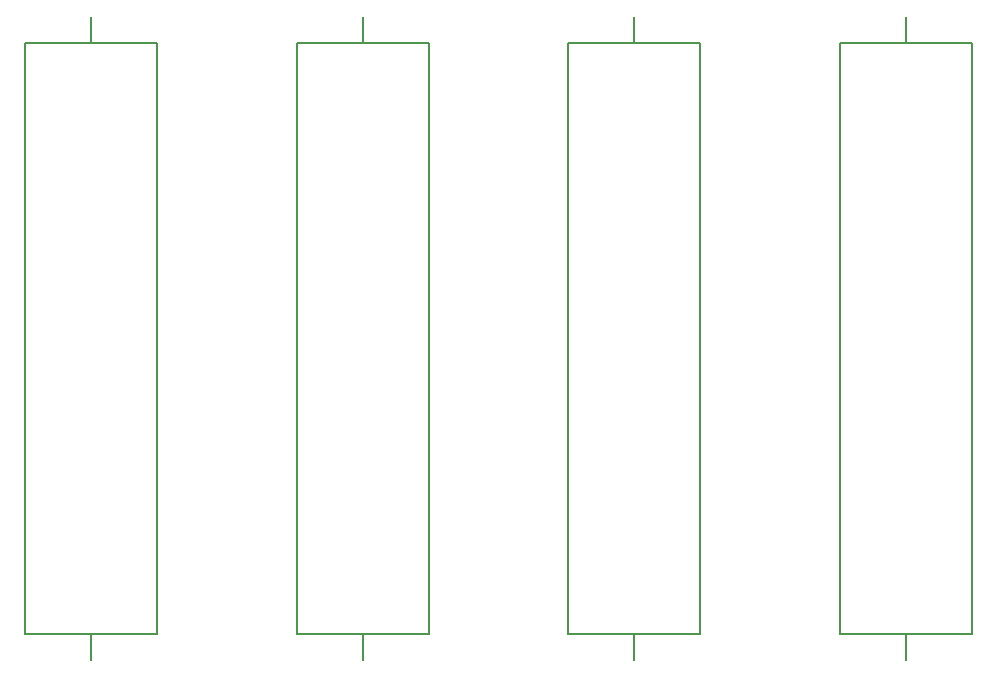
<source format=gbr>
%TF.GenerationSoftware,KiCad,Pcbnew,(6.0.10)*%
%TF.CreationDate,2023-01-16T11:30:22+01:00*%
%TF.ProjectId,BatteryDischargerV1,42617474-6572-4794-9469-736368617267,rev?*%
%TF.SameCoordinates,Original*%
%TF.FileFunction,Legend,Bot*%
%TF.FilePolarity,Positive*%
%FSLAX46Y46*%
G04 Gerber Fmt 4.6, Leading zero omitted, Abs format (unit mm)*
G04 Created by KiCad (PCBNEW (6.0.10)) date 2023-01-16 11:30:22*
%MOMM*%
%LPD*%
G01*
G04 APERTURE LIST*
%ADD10C,0.200000*%
G04 APERTURE END LIST*
D10*
%TO.C,R18*%
X147550000Y-42917500D02*
X147550000Y-40758500D01*
X147550000Y-95178000D02*
X147550000Y-93019000D01*
X153138000Y-42981000D02*
X141962000Y-42981000D01*
X141962000Y-42981000D02*
X141962000Y-93019000D01*
X141962000Y-93019000D02*
X153138000Y-93019000D01*
X153138000Y-93019000D02*
X153138000Y-42981000D01*
%TO.C,R17*%
X101550000Y-95178000D02*
X101550000Y-93019000D01*
X101550000Y-42917500D02*
X101550000Y-40758500D01*
X107138000Y-42981000D02*
X95962000Y-42981000D01*
X95962000Y-42981000D02*
X95962000Y-93019000D01*
X95962000Y-93019000D02*
X107138000Y-93019000D01*
X107138000Y-93019000D02*
X107138000Y-42981000D01*
%TO.C,R12*%
X124550000Y-95178000D02*
X124550000Y-93019000D01*
X124550000Y-42917500D02*
X124550000Y-40758500D01*
X130138000Y-42981000D02*
X118962000Y-42981000D01*
X118962000Y-42981000D02*
X118962000Y-93019000D01*
X118962000Y-93019000D02*
X130138000Y-93019000D01*
X130138000Y-93019000D02*
X130138000Y-42981000D01*
%TO.C,R11*%
X78550000Y-42917500D02*
X78550000Y-40758500D01*
X78550000Y-95178000D02*
X78550000Y-93019000D01*
X84138000Y-42981000D02*
X72962000Y-42981000D01*
X72962000Y-42981000D02*
X72962000Y-93019000D01*
X72962000Y-93019000D02*
X84138000Y-93019000D01*
X84138000Y-93019000D02*
X84138000Y-42981000D01*
%TD*%
M02*

</source>
